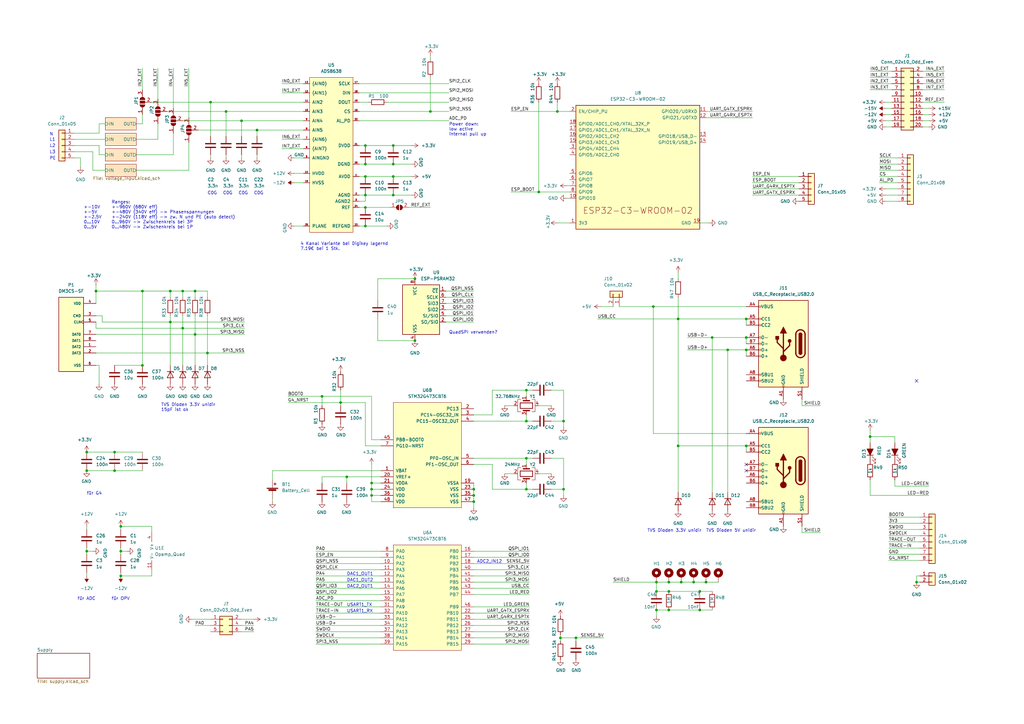
<source format=kicad_sch>
(kicad_sch (version 20211123) (generator eeschema)
  (paper "A3")
  (junction (at 194.31 203.2))
  (junction (at 105.41 53.34))
  (junction (at 292.1 138.43))
  (junction (at 149.86 67.31))
  (junction (at 80.01 119.38))
  (junction (at 170.18 114.3))
  (junction (at 46.99 185.42))
  (junction (at 278.13 182.88))
  (junction (at 215.9 160.02))
  (junction (at 279.4 238.76))
  (junction (at 142.24 195.58))
  (junction (at 152.4 198.12))
  (junction (at 161.29 59.69))
  (junction (at 152.4 200.66))
  (junction (at 149.86 72.39))
  (junction (at 80.01 137.16))
  (junction (at 170.18 139.7))
  (junction (at 35.56 226.06))
  (junction (at 220.98 78.74))
  (junction (at 74.93 119.38))
  (junction (at 306.07 138.43))
  (junction (at 236.22 261.62))
  (junction (at 49.53 226.06))
  (junction (at 267.97 125.73))
  (junction (at 39.37 119.38))
  (junction (at 85.09 144.78))
  (junction (at 49.53 215.9))
  (junction (at 92.71 45.72))
  (junction (at 149.86 80.01))
  (junction (at 289.56 238.76))
  (junction (at 306.07 130.81))
  (junction (at 284.48 238.76))
  (junction (at 86.36 41.91))
  (junction (at 149.86 59.69))
  (junction (at 375.92 238.76))
  (junction (at 69.85 132.08))
  (junction (at 149.86 85.09))
  (junction (at 274.32 242.57))
  (junction (at 269.24 250.19))
  (junction (at 356.87 179.07))
  (junction (at 69.85 119.38))
  (junction (at 215.9 172.72))
  (junction (at 274.32 250.19))
  (junction (at 287.02 242.57))
  (junction (at 231.14 172.72))
  (junction (at 287.02 250.19))
  (junction (at 161.29 67.31))
  (junction (at 269.24 242.57))
  (junction (at 306.07 143.51))
  (junction (at 194.31 205.74))
  (junction (at 161.29 72.39))
  (junction (at 35.56 193.04))
  (junction (at 35.56 185.42))
  (junction (at 58.42 149.86))
  (junction (at 74.93 134.62))
  (junction (at 228.6 45.72))
  (junction (at 49.53 236.22))
  (junction (at 99.06 49.53))
  (junction (at 298.45 143.51))
  (junction (at 149.86 92.71))
  (junction (at 194.31 200.66))
  (junction (at 176.53 45.72))
  (junction (at 58.42 119.38))
  (junction (at 274.32 238.76))
  (junction (at 231.14 200.66))
  (junction (at 215.9 200.66))
  (junction (at 139.7 165.1))
  (junction (at 215.9 187.96))
  (junction (at 229.87 261.62))
  (junction (at 161.29 80.01))
  (junction (at 269.24 238.76))
  (junction (at 306.07 182.88))
  (junction (at 46.99 193.04))
  (junction (at 152.4 203.2))
  (junction (at 278.13 130.81))
  (junction (at 132.08 162.56))
  (no_connect (at 306.07 193.04))
  (no_connect (at 306.07 190.5))
  (no_connect (at 375.92 156.21))
  (wire (pts (xy 71.12 27.94) (xy 71.12 44.45)))
  (wire (pts (xy 69.85 132.08) (xy 100.33 132.08)))
  (wire (pts (xy 111.76 196.85) (xy 111.76 193.04)))
  (wire (pts (xy 201.93 190.5) (xy 194.31 190.5)))
  (wire (pts (xy 281.94 138.43) (xy 292.1 138.43)))
  (wire (pts (xy 217.17 248.92) (xy 194.31 248.92)))
  (wire (pts (xy 156.21 198.12) (xy 152.4 198.12)))
  (wire (pts (xy 156.21 180.34) (xy 152.4 180.34)))
  (wire (pts (xy 377.19 236.22) (xy 375.92 236.22)))
  (wire (pts (xy 387.35 36.83) (xy 378.46 36.83)))
  (wire (pts (xy 39.37 144.78) (xy 85.09 144.78)))
  (wire (pts (xy 147.32 92.71) (xy 149.86 92.71)))
  (wire (pts (xy 176.53 85.09) (xy 167.64 85.09)))
  (wire (pts (xy 201.93 200.66) (xy 201.93 190.5)))
  (wire (pts (xy 194.31 172.72) (xy 215.9 172.72)))
  (wire (pts (xy 356.87 29.21) (xy 365.76 29.21)))
  (wire (pts (xy 378.46 44.45) (xy 381 44.45)))
  (wire (pts (xy 363.22 41.91) (xy 365.76 41.91)))
  (wire (pts (xy 111.76 193.04) (xy 156.21 193.04)))
  (wire (pts (xy 194.31 205.74) (xy 194.31 208.28)))
  (wire (pts (xy 308.61 74.93) (xy 327.66 74.93)))
  (wire (pts (xy 378.46 52.07) (xy 381 52.07)))
  (wire (pts (xy 154.94 139.7) (xy 170.18 139.7)))
  (wire (pts (xy 62.23 41.91) (xy 86.36 41.91)))
  (wire (pts (xy 86.36 63.5) (xy 86.36 64.7699)))
  (wire (pts (xy 378.46 49.53) (xy 381 49.53)))
  (wire (pts (xy 80.01 119.38) (xy 74.93 119.38)))
  (wire (pts (xy 360.68 64.77) (xy 368.3 64.77)))
  (wire (pts (xy 356.87 36.83) (xy 365.76 36.83)))
  (wire (pts (xy 39.37 119.38) (xy 39.37 124.46)))
  (wire (pts (xy 68.58 45.72) (xy 92.71 45.72)))
  (wire (pts (xy 194.31 231.14) (xy 217.17 231.14)))
  (wire (pts (xy 118.11 165.1) (xy 139.7 165.1)))
  (wire (pts (xy 62.23 233.68) (xy 62.23 236.22)))
  (wire (pts (xy 356.87 196.85) (xy 356.87 203.2)))
  (wire (pts (xy 86.36 41.91) (xy 124.46 41.91)))
  (wire (pts (xy 40.64 59.69) (xy 40.64 63.5)))
  (wire (pts (xy 99.06 49.53) (xy 99.06 55.88)))
  (wire (pts (xy 149.86 72.39) (xy 161.29 72.39)))
  (wire (pts (xy 364.49 222.25) (xy 377.19 222.25)))
  (wire (pts (xy 39.37 116.84) (xy 39.37 119.38)))
  (wire (pts (xy 161.29 59.69) (xy 168.91 59.69)))
  (wire (pts (xy 115.57 38.1) (xy 124.46 38.1)))
  (wire (pts (xy 209.55 78.74) (xy 220.98 78.74)))
  (wire (pts (xy 360.68 74.93) (xy 368.3 74.93)))
  (wire (pts (xy 328.93 163.83) (xy 328.93 166.37)))
  (wire (pts (xy 308.61 77.47) (xy 327.66 77.47)))
  (wire (pts (xy 35.56 215.9) (xy 35.56 217.17)))
  (wire (pts (xy 269.24 238.76) (xy 269.24 242.57)))
  (wire (pts (xy 85.09 144.78) (xy 100.33 144.78)))
  (wire (pts (xy 161.29 67.31) (xy 168.91 67.31)))
  (wire (pts (xy 149.86 80.01) (xy 147.32 80.01)))
  (wire (pts (xy 364.49 224.79) (xy 377.19 224.79)))
  (wire (pts (xy 85.09 121.92) (xy 85.09 119.38)))
  (wire (pts (xy 30.48 57.15) (xy 43.18 57.15)))
  (wire (pts (xy 154.94 123.19) (xy 154.94 114.3)))
  (wire (pts (xy 363.22 82.55) (xy 368.3 82.55)))
  (wire (pts (xy 149.86 80.01) (xy 161.29 80.01)))
  (wire (pts (xy 62.23 215.9) (xy 62.23 218.44)))
  (wire (pts (xy 120.65 74.93) (xy 124.46 74.93)))
  (wire (pts (xy 85.09 119.38) (xy 80.01 119.38)))
  (wire (pts (xy 41.91 132.08) (xy 69.85 132.08)))
  (wire (pts (xy 142.24 195.58) (xy 142.24 198.12)))
  (wire (pts (xy 132.08 162.56) (xy 152.4 162.56)))
  (wire (pts (xy 46.99 193.04) (xy 58.42 193.04)))
  (wire (pts (xy 78.74 254) (xy 86.36 254)))
  (wire (pts (xy 149.86 92.71) (xy 158.75 92.71)))
  (wire (pts (xy 306.07 138.43) (xy 306.07 140.97)))
  (wire (pts (xy 99.06 49.53) (xy 124.46 49.53)))
  (wire (pts (xy 356.87 34.29) (xy 365.76 34.29)))
  (wire (pts (xy 33.02 64.77) (xy 33.02 68.58)))
  (wire (pts (xy 149.86 182.88) (xy 149.86 165.1)))
  (wire (pts (xy 360.68 72.39) (xy 368.3 72.39)))
  (wire (pts (xy 81.28 53.34) (xy 105.41 53.34)))
  (wire (pts (xy 58.42 27.94) (xy 58.42 36.83)))
  (wire (pts (xy 356.87 179.07) (xy 367.03 179.07)))
  (wire (pts (xy 58.42 50.8) (xy 58.42 46.99)))
  (wire (pts (xy 147.32 38.1) (xy 184.15 38.1)))
  (wire (pts (xy 49.53 224.79) (xy 49.53 226.06)))
  (wire (pts (xy 274.32 242.57) (xy 287.02 242.57)))
  (wire (pts (xy 207.01 194.31) (xy 210.82 194.31)))
  (wire (pts (xy 278.13 182.88) (xy 306.07 182.88)))
  (wire (pts (xy 194.31 170.18) (xy 201.93 170.18)))
  (wire (pts (xy 194.31 259.08) (xy 217.17 259.08)))
  (wire (pts (xy 129.54 261.62) (xy 156.21 261.62)))
  (wire (pts (xy 40.64 149.86) (xy 40.64 157.48)))
  (wire (pts (xy 306.07 143.51) (xy 306.07 146.05)))
  (wire (pts (xy 104.14 256.54) (xy 99.06 256.54)))
  (wire (pts (xy 336.55 218.44) (xy 328.93 218.44)))
  (wire (pts (xy 147.32 34.29) (xy 184.15 34.29)))
  (wire (pts (xy 161.29 72.39) (xy 168.91 72.39)))
  (wire (pts (xy 149.86 82.55) (xy 149.86 80.01)))
  (wire (pts (xy 39.37 149.86) (xy 40.64 149.86)))
  (wire (pts (xy 246.38 125.73) (xy 251.46 125.73)))
  (wire (pts (xy 111.76 204.47) (xy 111.76 205.74)))
  (wire (pts (xy 308.61 45.72) (xy 289.56 45.72)))
  (wire (pts (xy 292.1 250.19) (xy 287.02 250.19)))
  (wire (pts (xy 292.1 138.43) (xy 306.07 138.43)))
  (wire (pts (xy 120.65 92.71) (xy 124.46 92.71)))
  (wire (pts (xy 30.48 62.23) (xy 38.1 62.23)))
  (wire (pts (xy 254 125.73) (xy 267.97 125.73)))
  (wire (pts (xy 30.48 59.69) (xy 40.64 59.69)))
  (wire (pts (xy 46.99 185.42) (xy 58.42 185.42)))
  (wire (pts (xy 356.87 179.07) (xy 356.87 181.61)))
  (wire (pts (xy 80.01 129.54) (xy 80.01 137.16)))
  (wire (pts (xy 194.31 203.2) (xy 194.31 205.74)))
  (wire (pts (xy 176.53 31.75) (xy 176.53 45.72)))
  (wire (pts (xy 129.54 246.38) (xy 156.21 246.38)))
  (wire (pts (xy 215.9 200.66) (xy 218.44 200.66)))
  (wire (pts (xy 278.13 182.88) (xy 278.13 201.93)))
  (wire (pts (xy 229.87 261.62) (xy 236.22 261.62)))
  (wire (pts (xy 336.55 166.37) (xy 328.93 166.37)))
  (wire (pts (xy 69.85 119.38) (xy 58.42 119.38)))
  (wire (pts (xy 129.54 248.92) (xy 156.21 248.92)))
  (wire (pts (xy 215.9 160.02) (xy 215.9 162.56)))
  (wire (pts (xy 149.86 67.31) (xy 147.32 67.31)))
  (wire (pts (xy 129.54 233.68) (xy 156.21 233.68)))
  (wire (pts (xy 132.08 195.58) (xy 132.08 198.12)))
  (wire (pts (xy 71.12 63.5) (xy 71.12 54.61)))
  (wire (pts (xy 80.01 137.16) (xy 100.33 137.16)))
  (wire (pts (xy 287.02 250.19) (xy 274.32 250.19)))
  (wire (pts (xy 363.22 80.01) (xy 368.3 80.01)))
  (wire (pts (xy 367.03 199.39) (xy 381 199.39)))
  (wire (pts (xy 142.24 195.58) (xy 132.08 195.58)))
  (wire (pts (xy 149.86 59.69) (xy 147.32 59.69)))
  (wire (pts (xy 182.88 132.08) (xy 194.31 132.08)))
  (wire (pts (xy 284.48 238.76) (xy 289.56 238.76)))
  (wire (pts (xy 55.88 50.8) (xy 58.42 50.8)))
  (wire (pts (xy 215.9 160.02) (xy 218.44 160.02)))
  (wire (pts (xy 194.31 251.46) (xy 217.17 251.46)))
  (wire (pts (xy 77.47 27.94) (xy 77.47 48.26)))
  (wire (pts (xy 105.41 63.5) (xy 105.41 64.77)))
  (wire (pts (xy 201.93 170.18) (xy 201.93 160.02)))
  (wire (pts (xy 236.22 261.62) (xy 247.65 261.62)))
  (wire (pts (xy 387.35 34.29) (xy 378.46 34.29)))
  (wire (pts (xy 147.32 85.09) (xy 149.86 85.09)))
  (wire (pts (xy 35.56 236.22) (xy 35.56 234.95)))
  (wire (pts (xy 201.93 200.66) (xy 215.9 200.66)))
  (wire (pts (xy 154.94 130.81) (xy 154.94 139.7)))
  (wire (pts (xy 182.88 121.92) (xy 194.31 121.92)))
  (wire (pts (xy 39.37 129.54) (xy 41.91 129.54)))
  (wire (pts (xy 55.88 63.5) (xy 71.12 63.5)))
  (wire (pts (xy 292.1 138.43) (xy 292.1 201.93)))
  (wire (pts (xy 132.08 162.56) (xy 132.08 166.37)))
  (wire (pts (xy 367.03 179.07) (xy 367.03 181.61)))
  (wire (pts (xy 231.14 160.02) (xy 231.14 172.72)))
  (wire (pts (xy 278.13 130.81) (xy 306.07 130.81)))
  (wire (pts (xy 40.64 50.8) (xy 43.18 50.8)))
  (wire (pts (xy 49.53 226.06) (xy 49.53 227.33)))
  (wire (pts (xy 375.92 236.22) (xy 375.92 238.76)))
  (wire (pts (xy 226.06 187.96) (xy 231.14 187.96)))
  (wire (pts (xy 129.54 264.16) (xy 156.21 264.16)))
  (wire (pts (xy 194.31 198.12) (xy 194.31 200.66)))
  (wire (pts (xy 156.21 195.58) (xy 142.24 195.58)))
  (wire (pts (xy 215.9 170.18) (xy 215.9 172.72)))
  (wire (pts (xy 35.56 224.79) (xy 35.56 226.06)))
  (wire (pts (xy 129.54 254) (xy 156.21 254)))
  (wire (pts (xy 364.49 227.33) (xy 377.19 227.33)))
  (wire (pts (xy 215.9 198.12) (xy 215.9 200.66)))
  (wire (pts (xy 35.56 185.42) (xy 46.99 185.42)))
  (wire (pts (xy 269.24 238.76) (xy 274.32 238.76)))
  (wire (pts (xy 129.54 259.08) (xy 156.21 259.08)))
  (wire (pts (xy 274.32 238.76) (xy 279.4 238.76)))
  (wire (pts (xy 306.07 182.88) (xy 306.07 185.42)))
  (wire (pts (xy 231.14 172.72) (xy 226.06 172.72)))
  (wire (pts (xy 30.48 64.77) (xy 33.02 64.77)))
  (wire (pts (xy 64.77 27.94) (xy 64.77 40.64)))
  (wire (pts (xy 118.11 162.56) (xy 132.08 162.56)))
  (wire (pts (xy 80.01 137.16) (xy 80.01 149.86)))
  (wire (pts (xy 152.4 203.2) (xy 152.4 200.66)))
  (wire (pts (xy 194.31 200.66) (xy 194.31 203.2)))
  (wire (pts (xy 287.02 242.57) (xy 292.1 242.57)))
  (wire (pts (xy 229.87 261.62) (xy 229.87 262.89)))
  (wire (pts (xy 156.21 205.74) (xy 152.4 205.74)))
  (wire (pts (xy 115.57 57.15) (xy 124.46 57.15)))
  (wire (pts (xy 129.54 231.14) (xy 156.21 231.14)))
  (wire (pts (xy 77.47 69.85) (xy 77.47 58.42)))
  (wire (pts (xy 194.31 127) (xy 182.88 127)))
  (wire (pts (xy 278.13 111.76) (xy 278.13 114.3)))
  (wire (pts (xy 356.87 203.2) (xy 381 203.2)))
  (wire (pts (xy 215.9 187.96) (xy 215.9 190.5)))
  (wire (pts (xy 92.71 45.72) (xy 124.46 45.72)))
  (wire (pts (xy 35.56 193.04) (xy 46.99 193.04)))
  (wire (pts (xy 279.4 238.76) (xy 284.48 238.76)))
  (wire (pts (xy 387.35 41.91) (xy 378.46 41.91)))
  (wire (pts (xy 49.53 236.22) (xy 62.23 236.22)))
  (wire (pts (xy 298.45 143.51) (xy 298.45 201.93)))
  (wire (pts (xy 194.31 233.68) (xy 217.17 233.68)))
  (wire (pts (xy 364.49 212.09) (xy 377.19 212.09)))
  (wire (pts (xy 147.32 41.91) (xy 151.13 41.91)))
  (wire (pts (xy 161.29 80.01) (xy 168.91 80.01)))
  (wire (pts (xy 281.94 143.51) (xy 298.45 143.51)))
  (wire (pts (xy 147.32 45.72) (xy 176.53 45.72)))
  (wire (pts (xy 278.13 130.81) (xy 278.13 182.88)))
  (wire (pts (xy 86.36 41.91) (xy 86.36 55.88)))
  (wire (pts (xy 41.91 129.54) (xy 41.91 132.08)))
  (wire (pts (xy 360.68 69.85) (xy 368.3 69.85)))
  (wire (pts (xy 201.93 160.02) (xy 215.9 160.02)))
  (wire (pts (xy 115.57 34.29) (xy 124.46 34.29)))
  (wire (pts (xy 194.31 187.96) (xy 215.9 187.96)))
  (wire (pts (xy 356.87 176.53) (xy 356.87 179.07)))
  (wire (pts (xy 149.86 85.09) (xy 160.02 85.09)))
  (wire (pts (xy 74.93 119.38) (xy 69.85 119.38)))
  (wire (pts (xy 149.86 72.39) (xy 147.32 72.39)))
  (wire (pts (xy 226.06 160.02) (xy 231.14 160.02)))
  (wire (pts (xy 378.46 46.99) (xy 381 46.99)))
  (wire (pts (xy 215.9 187.96) (xy 218.44 187.96)))
  (wire (pts (xy 129.54 228.6) (xy 156.21 228.6)))
  (wire (pts (xy 278.13 121.92) (xy 278.13 130.81)))
  (wire (pts (xy 194.31 228.6) (xy 217.17 228.6)))
  (wire (pts (xy 363.22 46.99) (xy 365.76 46.99)))
  (wire (pts (xy 139.7 165.1) (xy 139.7 166.37)))
  (wire (pts (xy 269.24 250.19) (xy 269.24 252.73)))
  (wire (pts (xy 129.54 243.84) (xy 156.21 243.84)))
  (wire (pts (xy 245.11 130.81) (xy 278.13 130.81)))
  (wire (pts (xy 229.87 260.35) (xy 229.87 261.62)))
  (wire (pts (xy 236.22 262.89) (xy 236.22 261.62)))
  (wire (pts (xy 35.56 226.06) (xy 35.56 227.33)))
  (wire (pts (xy 231.14 200.66) (xy 231.14 203.2)))
  (wire (pts (xy 154.94 114.3) (xy 170.18 114.3)))
  (wire (pts (xy 231.14 200.66) (xy 226.06 200.66)))
  (wire (pts (xy 74.93 134.62) (xy 100.33 134.62)))
  (wire (pts (xy 152.4 190.5) (xy 152.4 198.12)))
  (wire (pts (xy 194.31 226.06) (xy 217.17 226.06)))
  (wire (pts (xy 290.83 91.44) (xy 287.02 91.44)))
  (wire (pts (xy 220.98 166.37) (xy 226.06 166.37)))
  (wire (pts (xy 267.97 177.8) (xy 267.97 125.73)))
  (wire (pts (xy 182.88 129.54) (xy 194.31 129.54)))
  (wire (pts (xy 364.49 229.87) (xy 377.19 229.87)))
  (wire (pts (xy 367.03 196.85) (xy 367.03 199.39)))
  (wire (pts (xy 85.09 144.78) (xy 85.09 149.86)))
  (wire (pts (xy 39.37 132.08) (xy 39.37 134.62)))
  (wire (pts (xy 39.37 134.62) (xy 74.93 134.62)))
  (wire (pts (xy 152.4 200.66) (xy 152.4 198.12)))
  (wire (pts (xy 209.55 45.72) (xy 228.6 45.72)))
  (wire (pts (xy 308.61 72.39) (xy 327.66 72.39)))
  (wire (pts (xy 306.07 177.8) (xy 267.97 177.8)))
  (wire (pts (xy 360.68 67.31) (xy 368.3 67.31)))
  (wire (pts (xy 69.85 132.08) (xy 69.85 149.86)))
  (wire (pts (xy 85.09 129.54) (xy 85.09 144.78)))
  (wire (pts (xy 92.71 45.72) (xy 92.71 55.88)))
  (wire (pts (xy 298.45 143.51) (xy 306.07 143.51)))
  (wire (pts (xy 215.9 172.72) (xy 218.44 172.72)))
  (wire (pts (xy 375.92 238.76) (xy 377.19 238.76)))
  (wire (pts (xy 194.31 238.76) (xy 217.17 238.76)))
  (wire (pts (xy 363.22 44.45) (xy 365.76 44.45)))
  (wire (pts (xy 58.42 119.38) (xy 39.37 119.38)))
  (wire (pts (xy 228.6 45.72) (xy 233.68 45.72)))
  (wire (pts (xy 364.49 217.17) (xy 377.19 217.17)))
  (wire (pts (xy 194.31 261.62) (xy 217.17 261.62)))
  (wire (pts (xy 129.54 226.06) (xy 156.21 226.06)))
  (wire (pts (xy 49.53 215.9) (xy 49.53 217.17)))
  (wire (pts (xy 69.85 129.54) (xy 69.85 132.08)))
  (wire (pts (xy 308.61 80.01) (xy 327.66 80.01)))
  (wire (pts (xy 274.32 250.19) (xy 269.24 250.19)))
  (wire (pts (xy 356.87 31.75) (xy 365.76 31.75)))
  (wire (pts (xy 38.1 62.23) (xy 38.1 69.85)))
  (wire (pts (xy 308.61 48.26) (xy 289.56 48.26)))
  (wire (pts (xy 152.4 180.34) (xy 152.4 162.56)))
  (wire (pts (xy 55.88 69.85) (xy 77.47 69.85)))
  (wire (pts (xy 152.4 205.74) (xy 152.4 203.2)))
  (wire (pts (xy 220.98 78.74) (xy 233.68 78.74)))
  (wire (pts (xy 55.88 57.15) (xy 64.77 57.15)))
  (wire (pts (xy 306.07 130.81) (xy 306.07 133.35)))
  (wire (pts (xy 220.98 41.91) (xy 220.98 78.74)))
  (wire (pts (xy 40.64 63.5) (xy 43.18 63.5)))
  (wire (pts (xy 74.93 129.54) (xy 74.93 134.62)))
  (wire (pts (xy 220.98 194.31) (xy 226.06 194.31)))
  (wire (pts (xy 120.65 71.12) (xy 124.46 71.12)))
  (wire (pts (xy 69.85 119.38) (xy 69.85 121.92)))
  (wire (pts (xy 35.56 226.06) (xy 38.1 226.06)))
  (wire (pts (xy 156.21 203.2) (xy 152.4 203.2)))
  (wire (pts (xy 269.24 242.57) (xy 274.32 242.57)))
  (wire (pts (xy 217.17 243.84) (xy 194.31 243.84)))
  (wire (pts (xy 147.32 49.53) (xy 184.15 49.53)))
  (wire (pts (xy 46.99 149.86) (xy 58.42 149.86)))
  (wire (pts (xy 232.41 81.28) (xy 233.68 81.28)))
  (wire (pts (xy 74.93 49.53) (xy 99.06 49.53)))
  (wire (pts (xy 139.7 160.02) (xy 139.7 165.1)))
  (wire (pts (xy 49.53 236.22) (xy 49.53 234.95)))
  (wire (pts (xy 129.54 238.76) (xy 156.21 238.76)))
  (wire (pts (xy 267.97 125.73) (xy 306.07 125.73)))
  (wire (pts (xy 387.35 29.21) (xy 378.46 29.21)))
  (wire (pts (xy 194.31 241.3) (xy 217.17 241.3)))
  (wire (pts (xy 176.53 22.86) (xy 176.53 24.13)))
  (wire (pts (xy 251.46 238.76) (xy 269.24 238.76)))
  (wire (pts (xy 105.41 53.34) (xy 105.41 55.88)))
  (wire (pts (xy 182.88 119.38) (xy 194.31 119.38)))
  (wire (pts (xy 231.14 187.96) (xy 231.14 200.66)))
  (wire (pts (xy 104.14 254) (xy 99.06 254)))
  (wire (pts (xy 364.49 219.71) (xy 377.19 219.71)))
  (wire (pts (xy 115.57 60.96) (xy 124.46 60.96)))
  (wire (pts (xy 129.54 256.54) (xy 156.21 256.54)))
  (wire (pts (xy 228.6 41.91) (xy 228.6 45.72)))
  (wire (pts (xy 49.53 215.9) (xy 62.23 215.9)))
  (wire (pts (xy 363.22 52.07) (xy 365.76 52.07)))
  (wire (pts (xy 74.93 119.38) (xy 74.93 121.92)))
  (wire (pts (xy 92.71 63.5) (xy 92.71 64.7699)))
  (wire (pts (xy 207.01 166.37) (xy 210.82 166.37)))
  (wire (pts (xy 387.35 31.75) (xy 378.46 31.75)))
  (wire (pts (xy 104.14 259.08) (xy 99.06 259.08)))
  (wire (pts (xy 49.53 226.06) (xy 52.07 226.06)))
  (wire (pts (xy 80.01 119.38) (xy 80.01 121.92)))
  (wire (pts (xy 176.53 45.72) (xy 184.15 45.72)))
  (wire (pts (xy 328.93 215.9) (xy 328.93 218.44)))
  (wire (pts (xy 149.86 59.69) (xy 161.29 59.69)))
  (wire (pts (xy 156.21 182.88) (xy 149.86 182.88)))
  (wire (pts (xy 147.32 82.55) (xy 149.86 82.55)))
  (wire (pts (xy 80.01 256.54) (xy 86.36 256.54)))
  (wire (pts (xy 231.14 172.72) (xy 231.14 175.26)))
  (wire (pts (xy 364.49 214.63) (xy 377.19 214.63)))
  (wire (pts (xy 194.31 124.46) (xy 182.88 124.46)))
  (wire (pts (xy 99.06 63.5) (xy 99.06 64.77)))
  (wire (pts (xy 30.48 54.61) (xy 40.64 54.61)))
  (wire (pts (xy 194.31 264.16) (xy 217.17 264.16)))
  (wire (pts (xy 139.7 165.1) (xy 149.86 165.1)))
  (wire (pts (xy 194.31 236.22) (xy 217.17 236.22)))
  (wire (pts (xy 39.37 137.16) (xy 80.01 137.16)))
  (wire (pts (xy 158.75 41.91) (xy 184.15 41.91)))
  (wire (pts (xy 58.42 119.38) (xy 58.42 149.86)))
  (wire (pts (xy 363.22 49.53) (xy 365.76 49.53)))
  (wire (pts (xy 105.41 53.34) (xy 124.46 53.34)))
  (wire (pts (xy 129.54 251.46) (xy 156.21 251.46)))
  (wire (pts (xy 194.31 256.54) (xy 217.17 256.54)))
  (wire (pts (xy 40.64 54.61) (xy 40.64 50.8)))
  (wire (pts (xy 194.31 254) (xy 217.17 254)))
  (wire (pts (xy 289.56 238.76) (xy 294.64 238.76)))
  (wire (pts (xy 74.93 134.62) (xy 74.93 149.86)))
  (wire (pts (xy 156.21 200.66) (xy 152.4 200.66)))
  (wire (pts (xy 149.86 67.31) (xy 161.29 67.31)))
  (wire (pts (xy 232.41 76.2) (xy 233.68 76.2)))
  (wire (pts (xy 129.54 241.3) (xy 156.21 241.3)))
  (wire (pts (xy 38.1 69.85) (xy 43.18 69.85)))
  (wire (pts (xy 363.22 77.47) (xy 368.3 77.47)))
  (wire (pts (xy 129.54 236.22) (xy 156.21 236.22)))
  (wire (pts (xy 120.65 64.77) (xy 124.46 64.77)))
  (wire (pts (xy 64.77 57.15) (xy 64.77 50.8)))
  (wire (pts (xy 228.6 91.44) (xy 233.68 91.44)))
  (text "ADC2_IN12" (at 195.58 231.14 0) (effects (font (size 1.27 1.27)) (justify left bottom)))
  (text "L1" (at 20.32 58.1025 0) (effects (font (size 1.27 1.27)) (justify left bottom)))
  (text "TVS Dioden 3.3V unidir" (at 265.43 218.44 0) (effects (font (size 1.27 1.27)) (justify left bottom)))
  (text "+-10V\n+-5V\n+-2.5V\n0...10V\n0...5V" (at 34.29 93.98 0) (effects (font (size 1.27 1.27)) (justify left bottom)))
  (text "QuadSPI verwenden?" (at 184.15 137.16 0) (effects (font (size 1.27 1.27)) (justify left bottom)))
  (text "Power down:\nlow active\ninternal pull up" (at 184.15 55.88 0) (effects (font (size 1.27 1.27)) (justify left bottom)))
  (text "für ADC" (at 31.75 246.38 0) (effects (font (size 1.27 1.27)) (justify left bottom)))
  (text "USART1_TX" (at 142.24 248.92 0) (effects (font (size 1.27 1.27)) (justify left bottom)))
  (text "L3" (at 20.32 63.1825 0) (effects (font (size 1.27 1.27)) (justify left bottom)))
  (text "TVS Dioden 5V unidir" (at 289.56 218.44 0) (effects (font (size 1.27 1.27)) (justify left bottom)))
  (text "DAC1_OUT1" (at 142.24 236.22 0) (effects (font (size 1.27 1.27)) (justify left bottom)))
  (text "C0G" (at 104.14 80.0101 0) (effects (font (size 1.27 1.27)) (justify left bottom)))
  (text "DAC1_OUT2" (at 142.24 238.76 0) (effects (font (size 1.27 1.27)) (justify left bottom)))
  (text "C0G" (at 97.79 80.0101 0) (effects (font (size 1.27 1.27)) (justify left bottom)))
  (text "TVS Dioden 3.3V unidir\n15pF ist ok" (at 66.04 168.91 0) (effects (font (size 1.27 1.27)) (justify left bottom)))
  (text "USART1_RX" (at 142.24 251.46 0) (effects (font (size 1.27 1.27)) (justify left bottom)))
  (text "DAC2_OUT1" (at 142.24 241.3 0) (effects (font (size 1.27 1.27)) (justify left bottom)))
  (text "PE" (at 20.32 65.7225 0) (effects (font (size 1.27 1.27)) (justify left bottom)))
  (text "C0G" (at 91.44 80.01 0) (effects (font (size 1.27 1.27)) (justify left bottom)))
  (text "für OPV" (at 45.72 246.38 0) (effects (font (size 1.27 1.27)) (justify left bottom)))
  (text "C0G" (at 85.09 80.01 0) (effects (font (size 1.27 1.27)) (justify left bottom)))
  (text "L2" (at 20.32 60.6425 0) (effects (font (size 1.27 1.27)) (justify left bottom)))
  (text "Ranges:\n+-960V (680V eff)\n+-480V (340V eff) -> Phasenspannungen\n+-240V (118V eff) -> zw. N und PE (auto detect)\n0...960V -> Zwischenkreis bei 3P\n0...480V -> Zwischenkreis bei 1P\n" (at 45.72 93.98 0) (effects (font (size 1.27 1.27)) (justify left bottom)))
  (text "4 Kanal Variante bei Digikey lagernd\n7.19€ bei 1 Stk." (at 123.19 102.87 0) (effects (font (size 1.27 1.27)) (justify left bottom)))
  (text "N" (at 20.32 55.88 0) (effects (font (size 1.27 1.27)) (justify left bottom)))
  (text "für G4" (at 35.56 203.2 0) (effects (font (size 1.27 1.27)) (justify left bottom)))
  (label "USB-D-" (at 129.54 254 0))
  (label "IN5_EXT" (at 77.47 27.94 270))
  (label "QSPI_IO2" (at 194.31 127 180))
  (label "ESP_EN" (at 129.54 228.6 0))
  (label "ADC_PD" (at 184.15 49.53 0))
  (label "SPI2_MISO" (at 217.17 261.62 180))
  (label "IN1_EXT" (at 356.87 31.75 0))
  (label "IN1_EXT" (at 115.57 38.1 0))
  (label "PA0" (at 80.01 256.54 0))
  (label "LED_RED" (at 217.17 243.84 180))
  (label "LED-RED" (at 381 203.2 180))
  (label "IN4_EXT" (at 71.12 27.94 270))
  (label "SPI2_NSS" (at 217.17 256.54 180))
  (label "SPI2_NSS" (at 184.15 45.72 0))
  (label "IN3_EXT" (at 356.87 36.83 0))
  (label "UART_G4RX_ESPTX" (at 308.61 48.26 180))
  (label "TRACE-OUT" (at 364.49 222.25 0))
  (label "QSPI_IO0" (at 217.17 228.6 180))
  (label "USB_CC" (at 217.17 241.3 180))
  (label "SHIELD" (at 336.55 166.37 180))
  (label "UART_G4TX_ESPRX" (at 308.61 80.01 0))
  (label "UART_G4RX_ESPTX" (at 308.61 77.47 0))
  (label "SPI3_CLK" (at 100.33 134.62 180))
  (label "PA5" (at 104.14 259.08 180))
  (label "REF_EXT" (at 387.35 41.91 180))
  (label "ESP_EN" (at 308.61 72.39 0))
  (label "CS" (at 360.68 72.39 0))
  (label "SPI3_NSS" (at 129.54 264.16 0))
  (label "G4_NRST" (at 364.49 229.87 0))
  (label "SPI3_CLK" (at 217.17 233.68 180))
  (label "SCLK" (at 360.68 64.77 0))
  (label "SWDIO" (at 364.49 217.17 0))
  (label "MISO" (at 360.68 69.85 0))
  (label "IN7_EXT" (at 115.57 60.96 0))
  (label "SWDCLK" (at 364.49 219.71 0))
  (label "IN2_EXT" (at 58.42 27.94 270))
  (label "SHIELD" (at 336.55 218.44 180))
  (label "QSPI_IO3" (at 194.31 124.46 180))
  (label "LED-GREEN" (at 381 199.39 180))
  (label "GND" (at 364.49 227.33 0))
  (label "ESP_EN" (at 209.55 45.72 0))
  (label "IN4_EXT" (at 387.35 29.21 180))
  (label "PA0" (at 129.54 226.06 0))
  (label "UART_G4TX_ESPRX" (at 217.17 251.46 180))
  (label "IN0_EXT" (at 115.57 34.29 0))
  (label "3V3" (at 364.49 214.63 0))
  (label "AL_PD" (at 360.68 74.93 0))
  (label "SENSE_5V" (at 217.17 231.14 180))
  (label "QSPI_IO2" (at 129.54 243.84 0))
  (label "G4_NRST" (at 118.11 165.1 0))
  (label "USB-D+" (at 281.94 143.51 0))
  (label "IN5_EXT" (at 387.35 31.75 180))
  (label "USB-D+" (at 129.54 256.54 0))
  (label "SWDCLK" (at 129.54 261.62 0))
  (label "SPI2_MISO" (at 184.15 41.91 0))
  (label "SPI3_MISO" (at 100.33 137.16 180))
  (label "ESP_BOOT" (at 209.55 78.74 0))
  (label "MOSI" (at 360.68 67.31 0))
  (label "TRACE-IN" (at 129.54 251.46 0))
  (label "USB_CC" (at 245.11 130.81 0))
  (label "TRACE-IN" (at 364.49 224.79 0))
  (label "UART_G4TX_ESPRX" (at 308.61 45.72 180))
  (label "IN7_EXT" (at 387.35 36.83 180))
  (label "SPI3_MOSI" (at 100.33 132.08 180))
  (label "IN6_EXT" (at 387.35 34.29 180))
  (label "LED_GREEN" (at 217.17 248.92 180))
  (label "QSPI_IO3" (at 129.54 241.3 0))
  (label "QSPI_NSS" (at 129.54 231.14 0))
  (label "QSPI_NSS" (at 194.31 119.38 180))
  (label "SPI2_CLK" (at 184.15 34.29 0))
  (label "SPI2_MOSI" (at 184.15 38.1 0))
  (label "SWDIO" (at 129.54 259.08 0))
  (label "SPI2_CLK" (at 217.17 259.08 180))
  (label "BOOT0" (at 364.49 212.09 0))
  (label "PA4" (at 129.54 236.22 0))
  (label "ADC_PD" (at 129.54 246.38 0))
  (label "USB-D-" (at 281.94 138.43 0))
  (label "IN2_EXT" (at 356.87 34.29 0))
  (label "PA5" (at 129.54 238.76 0))
  (label "SHIELD" (at 251.46 238.76 0))
  (label "QSPI_CLK" (at 194.31 121.92 180))
  (label "SPI2_MOSI" (at 217.17 264.16 180))
  (label "IN0_EXT" (at 356.87 29.21 0))
  (label "QSPI_IO1" (at 194.31 129.54 180))
  (label "QSPI_CLK" (at 129.54 233.68 0))
  (label "BOOT0" (at 118.11 162.56 0))
  (label "QSPI_IO0" (at 194.31 132.08 180))
  (label "REF_EXT" (at 176.53 85.09 180))
  (label "SPI3_MOSI" (at 217.17 238.76 180))
  (label "QSPI_IO1" (at 217.17 226.06 180))
  (label "ESP_BOOT" (at 308.61 74.93 0))
  (label "SPI3_MISO" (at 217.17 236.22 180))
  (label "PA4" (at 104.14 256.54 180))
  (label "IN6_EXT" (at 115.57 57.15 0))
  (label "SENSE_5V" (at 247.65 261.62 180))
  (label "SPI3_NSS" (at 100.33 144.78 180))
  (label "TRACE-OUT" (at 129.54 248.92 0))
  (label "UART_G4RX_ESPTX" (at 217.17 254 180))
  (label "IN3_EXT" (at 64.77 27.94 270))
  (symbol (lib_id "Jumper:SolderJumper_2_Open") (at 163.83 85.09 0) (unit 1)
    (property "Reference" "JP5" (at 163.83 82.55 0))
    (property "Value" "SolderJumper_2_Open" (effects hide))
    (property "Footprint" "Jumper:SolderJumper-2_P1.3mm_Open_RoundedPad1.0x1.5mm" (effects hide))
  )
  (symbol (lib_id "Device:D_Zener") (at 298.45 205.74 270) (unit 1)
    (property "Reference" "D12" (at 299.72 203.2 90) (effects (justify left)))
    (property "Value" "D_Zener" (effects hide))
  )
  (symbol (lib_id "Device:C") (at 142.24 201.93 0) (unit 1)
    (property "Reference" "C39" (at 146.05 200.6599 0) (effects (justify left)))
    (property "Value" "100n" (at 146.05 203.1999 0) (effects (justify left)))
    (property "Footprint" "Capacitor_SMD:C_0603_1608Metric_Pad1.08x0.95mm_HandSolder" (effects hide))
  )
  (symbol (lib_id "power:-12V") (at 363.22 46.99 90) (unit 1)
    (property "Reference" "#PWR02" (effects hide))
    (property "Value" "-12V" (at 354.33 46.99 90) (effects (justify right)))
  )
  (symbol (lib_id "power:GND") (at 35.56 193.04 0) (mirror y) (unit 1)
    (property "Reference" "#PWR013" (effects hide))
    (property "Value" "GND" (at 35.433 197.4342 0))
  )
  (symbol (lib_id "power:+3.3V") (at 228.6 34.29 0) (unit 1)
    (property "Reference" "#PWR086" (effects hide))
    (property "Value" "+3.3V" (at 226.06 30.48 0) (effects (justify left)))
  )
  (symbol (lib_id "power:+3.3V") (at 232.41 76.2 90) (unit 1)
    (property "Reference" "#PWR091" (effects hide))
    (property "Value" "+3.3V" (at 228.6 76.2 90) (effects (justify left)))
  )
  (symbol (lib_id "power:+3.3V") (at 104.14 254 270) (unit 1)
    (property "Reference" "#PWR032" (effects hide))
    (property "Value" "+3.3V" (at 107.95 254 90) (effects (justify left)))
  )
  (symbol (lib_id "power:GND") (at 363.22 82.55 270) (unit 1)
    (property "Reference" "#PWR038" (effects hide))
    (property "Value" "GND" (at 355.6 82.55 90) (effects (justify left)))
  )
  (symbol (lib_id "power:GND") (at 120.65 64.77 270) (unit 1)
    (property "Reference" "#PWR018" (effects hide))
    (property "Value" "GND" (at 120.65 63.5 90) (effects (justify left)))
  )
  (symbol (lib_id "Connector_Generic:Conn_01x05") (at 25.4 59.69 0) (mirror y) (unit 1)
    (property "Reference" "J2" (at 25.4 48.26 0))
    (property "Value" "Conn_01x05" (at 25.4 50.8 0))
    (property "Footprint" "Connector_Phoenix_MSTB:PhoenixContact_MSTBA_2,5_5-G-5,08_1x05_P5.08mm_Horizontal" (effects hide))
  )
  (symbol (lib_id "Device:C") (at 46.99 189.23 0) (unit 1)
    (property "Reference" "C29" (at 50.8 187.9599 0) (effects (justify left)))
    (property "Value" "100n" (at 50.8 190.4999 0) (effects (justify left)))
    (property "Footprint" "Capacitor_SMD:C_0603_1608Metric_Pad1.08x0.95mm_HandSolder" (effects hide))
  )
  (symbol (lib_id "power:GND") (at 142.24 205.74 0) (mirror y) (unit 1)
    (property "Reference" "#PWR074" (effects hide))
    (property "Value" "GND" (at 142.113 210.1342 0))
  )
  (symbol (lib_id "Device:C") (at 287.02 246.38 0) (unit 1)
    (property "Reference" "C47" (at 283.21 243.84 0) (effects (justify left)))
    (property "Value" "10nF" (at 281.94 248.92 0) (effects (justify left)))
    (property "Footprint" "Capacitor_SMD:C_0603_1608Metric" (effects hide))
  )
  (symbol (lib_id "power:+3.3V") (at 356.87 176.53 0) (unit 1)
    (property "Reference" "#PWR0113" (effects hide))
    (property "Value" "+3.3V" (at 354.33 172.72 0) (effects (justify left)))
  )
  (symbol (lib_id "Device:C") (at 46.99 153.67 0) (unit 1)
    (property "Reference" "C36" (at 50.8 152.3999 0) (effects (justify left)))
    (property "Value" "10u" (at 50.8 154.9399 0) (effects (justify left)))
    (property "Footprint" "Capacitor_SMD:C_0805_2012Metric_Pad1.18x1.45mm_HandSolder" (effects hide))
  )
  (symbol (lib_id "Device:C") (at 35.56 220.98 0) (unit 1)
    (property "Reference" "C26" (at 39.37 219.7099 0) (effects (justify left)))
    (property "Value" "1u" (at 39.37 222.2499 0) (effects (justify left)))
    (property "Footprint" "Capacitor_SMD:C_0603_1608Metric_Pad1.08x0.95mm_HandSolder" (effects hide))
  )
  (symbol (lib_id "power:-12V") (at 120.65 74.93 90) (unit 1)
    (property "Reference" "#PWR020" (effects hide))
    (property "Value" "-12V" (at 111.76 74.93 90) (effects (justify right)))
  )
  (symbol (lib_id "power:+5V") (at 363.22 49.53 90) (mirror x) (unit 1)
    (property "Reference" "#PWR0103" (effects hide))
    (property "Value" "+5V" (at 355.6 49.53 90) (effects (justify right)))
  )
  (symbol (lib_id "power:GND") (at 375.92 238.76 0) (unit 1)
    (property "Reference" "#PWR0114" (effects hide))
    (property "Value" "GND" (at 375.92 243.84 0))
  )
  (symbol (lib_id "power:-15V") (at 363.22 44.45 90) (mirror x) (unit 1)
    (property "Reference" "#PWR01" (effects hide))
    (property "Value" "-15V" (at 354.33 44.45 90) (effects (justify right)))
  )
  (symbol (lib_id "Device:C") (at 49.53 231.14 0) (unit 1)
    (property "Reference" "C28" (at 53.34 229.8699 0) (effects (justify left)))
    (property "Value" "1u" (at 53.34 232.4099 0) (effects (justify left)))
    (property "Footprint" "Capacitor_SMD:C_0603_1608Metric_Pad1.08x0.95mm_HandSolder" (effects hide))
  )
  (symbol (lib_id "Connector_Generic:Conn_01x02") (at 382.27 236.22 0) (unit 1)
    (property "Reference" "J15" (at 384.81 236.2199 0) (effects (justify left)))
    (property "Value" "Conn_01x02" (at 384.81 238.7599 0) (effects (justify left)))
    (property "Footprint" "Connector_PinHeader_2.54mm:PinHeader_1x02_P2.54mm_Vertical" (effects hide))
  )
  (symbol (lib_id "Jumper:SolderJumper_3_Open") (at 77.47 53.34 90) (unit 1)
    (property "Reference" "JP4" (at 74.93 54.61 0) (effects (justify left)))
    (property "Value" "SolderJumper_3_Open" (effects hide))
    (property "Footprint" "Jumper:SolderJumper-3_P1.3mm_Open_RoundedPad1.0x1.5mm" (effects hide))
  )
  (symbol (lib_id "Connector:USB_C_Receptacle_USB2.0") (at 321.31 140.97 0) (mirror y) (unit 1)
    (property "Reference" "J11" (at 321.31 118.11 0))
    (property "Value" "USB_C_Receptacle_USB2.0" (at 321.31 120.65 0))
    (property "Footprint" "Connector_USB:USB_C_Receptacle_XKB_U262-16XN-4BVC11" (effects hide))
    (property "Datasheet" "https://www.usb.org/sites/default/files/documents/usb_type-c.zip" (effects hide))
  )
  (symbol (lib_id "power:GND") (at 74.93 157.48 0) (unit 1)
    (property "Reference" "#PWR021" (effects hide))
    (property "Value" "GND" (at 74.93 162.56 0))
  )
  (symbol (lib_id "power:+15V") (at 381 44.45 270) (mirror x) (unit 1)
    (property "Reference" "#PWR06" (effects hide))
    (property "Value" "+15V" (at 389.89 44.45 90) (effects (justify right)))
  )
  (symbol (lib_id "Mechanical:MountingHole_Pad") (at 279.4 236.22 0) (unit 1)
    (property "Reference" "H3" (at 278.13 231.14 0) (effects (justify left)))
    (property "Value" "MountingHole_Pad" (effects hide))
    (property "Footprint" "MountingHole:MountingHole_3.2mm_M3_DIN965_Pad" (effects hide))
  )
  (symbol (lib_id "Connector_Generic:Conn_02x03_Odd_Even") (at 91.44 256.54 0) (unit 1)
    (property "Reference" "J?" (at 92.71 247.65 0))
    (property "Value" "Conn_02x03_Odd_Even" (at 92.71 250.19 0))
  )
  (symbol (lib_id "Device:R") (at 74.93 125.73 180) (unit 1)
    (property "Reference" "R34" (at 72.39 128.27 90))
    (property "Value" "10k" (at 72.39 123.19 90))
    (property "Footprint" "Resistor_SMD:R_0603_1608Metric_Pad0.98x0.95mm_HandSolder" (effects hide))
  )
  (symbol (lib_id "Device:D_Zener") (at 278.13 205.74 270) (unit 1)
    (property "Reference" "D10" (at 279.4 203.2 90) (effects (justify left)))
    (property "Value" "D_Zener" (effects hide))
  )
  (symbol (lib_id "power:+12V") (at 49.53 215.9 0) (unit 1)
    (property "Reference" "#PWR03" (effects hide))
    (property "Value" "+12V" (at 49.53 210.82 0))
  )
  (symbol (lib_id "espressif:ESP32-C3-WROOM-02") (at 261.62 68.58 0) (unit 1)
    (property "Reference" "U8" (at 261.62 38.1 0))
    (property "Value" "ESP32-C3-WROOM-02" (at 261.62 40.64 0))
    (property "Footprint" "Espressif:ESP32-C3-WROOM-02" (effects hide))
    (property "Datasheet" "https://www.espressif.com/sites/default/files/documentation/esp32-c3-wroom-02_datasheet_en.pdf" (effects hide))
  )
  (symbol (lib_id "Device:R") (at 274.32 246.38 0) (unit 1)
    (property "Reference" "R46" (at 275.59 245.11 0) (effects (justify left)))
    (property "Value" "1M" (at 274.32 247.65 90) (effects (justify left)))
    (property "Footprint" "Resistor_SMD:R_0603_1608Metric" (effects hide))
  )
  (symbol (lib_id "power:GND") (at 363.22 52.07 270) (mirror x) (unit 1)
    (property "Reference" "#PWR04" (effects hide))
    (property "Value" "GND" (at 355.6 52.07 90) (effects (justify left)))
  )
  (symbol (lib_id "power:GND") (at 236.22 270.51 0) (unit 1)
    (property "Reference" "#PWR088" (effects hide))
    (property "Value" "GND" (at 236.347 274.9042 0))
  )
  (symbol (lib_id "Device:C") (at 105.41 59.69 0) (unit 1)
    (property "Reference" "C22" (at 104.14 73.66 0) (effects (justify left)))
    (property "Value" "3.3n" (at 104.14 76.2 0) (effects (justify left)))
    (property "Footprint" "Capacitor_SMD:C_0603_1608Metric_Pad1.08x0.95mm_HandSolder" (effects hide))
  )
  (symbol (lib_id "Connector_Generic:Conn_01x02") (at 254 120.65 270) (mirror x) (unit 1)
    (property "Reference" "J10" (at 247.65 114.3 90) (effects (justify left)))
    (property "Value" "Conn_01x02" (at 247.65 116.84 90) (effects (justify left)))
    (property "Footprint" "Connector_PinHeader_2.54mm:PinHeader_1x02_P2.54mm_Vertical" (effects hide))
  )
  (symbol (lib_id "power:GND") (at 207.01 166.37 0) (mirror y) (unit 1)
    (property "Reference" "#PWR079" (effects hide))
    (property "Value" "GND" (at 207.01 170.18 0))
  )
  (symbol (lib_id "Device:C") (at 149.86 76.2 0) (unit 1)
    (property "Reference" "C10" (at 153.67 74.9299 0) (effects (justify left)))
    (property "Value" "100n" (at 153.67 77.4699 0) (effects (justify left)))
    (property "Footprint" "Capacitor_SMD:C_0603_1608Metric_Pad1.08x0.95mm_HandSolder" (effects hide))
  )
  (symbol (lib_id "Device:R") (at 229.87 256.54 180) (unit 1)
    (property "Reference" "R37" (at 227.33 259.08 90))
    (property "Value" "10k" (at 227.33 254 90))
    (property "Footprint" "Resistor_SMD:R_0603_1608Metric_Pad0.98x0.95mm_HandSolder" (effects hide))
  )
  (symbol (lib_id "Mechanical:MountingHole_Pad") (at 289.56 236.22 0) (unit 1)
    (property "Reference" "H5" (at 288.29 231.14 0) (effects (justify left)))
    (property "Value" "MountingHole_Pad" (effects hide))
    (property "Footprint" "MountingHole:MountingHole_3.2mm_M3_DIN965_Pad" (effects hide))
  )
  (symbol (lib_id "power:GND") (at 321.31 163.83 0) (mirror y) (unit 1)
    (property "Reference" "#PWR0102" (effects hide))
    (property "Value" "GND" (at 317.5 165.1 0))
  )
  (symbol (lib_id "power:GND") (at 33.02 68.58 0) (unit 1)
    (property "Reference" "#PWR012" (effects hide))
    (property "Value" "GND" (at 33.02 73.66 0))
  )
  (symbol (lib_id "Device:R") (at 176.53 27.94 180) (unit 1)
    (property "Reference" "R2" (at 173.99 30.48 90))
    (property "Value" "10k" (at 173.99 25.4 90))
    (property "Footprint" "Resistor_SMD:R_0603_1608Metric_Pad0.98x0.95mm_HandSolder" (effects hide))
  )
  (symbol (lib_id "power:+3.3V") (at 176.53 22.86 0) (unit 1)
    (property "Reference" "#PWR031" (effects hide))
    (property "Value" "+3.3V" (at 173.99 19.05 0) (effects (justify left)))
  )
  (symbol (lib_id "Connector_Generic:Conn_01x08") (at 373.38 72.39 0) (unit 1)
    (property "Reference" "J3" (at 375.92 72.3899 0) (effects (justify left)))
    (property "Value" "Conn_01x08" (at 375.92 74.9299 0) (effects (justify left)))
    (property "Footprint" "Connector_PinHeader_2.54mm:PinHeader_1x08_P2.54mm_Vertical" (effects hide))
  )
  (symbol (lib_id "Device:LED_Filled") (at 356.87 185.42 90) (unit 1)
    (property "Reference" "D13" (at 354.33 184.15 0) (effects (justify right)))
    (property "Value" "RED" (at 360.68 182.88 0) (effects (justify right)))
    (property "Footprint" "Diode_SMD:D_0603_1608Metric" (effects hide))
  )
  (symbol (lib_id "Device:C") (at 222.25 160.02 90) (mirror x) (unit 1)
    (property "Reference" "C41" (at 227.33 157.48 90) (effects (justify left)))
    (property "Value" "22pF" (at 220.98 157.48 90) (effects (justify left)))
    (property "Footprint" "Capacitor_SMD:C_0603_1608Metric" (effects hide))
  )
  (symbol (lib_id "Device:R") (at 69.85 125.73 180) (unit 1)
    (property "Reference" "R33" (at 67.31 128.27 90))
    (property "Value" "10k" (at 67.31 123.19 90))
    (property "Footprint" "Resistor_SMD:R_0603_1608Metric_Pad0.98x0.95mm_HandSolder" (effects hide))
  )
  (symbol (lib_id "Device:D_Zener") (at 69.85 153.67 270) (unit 1)
    (property "Reference" "D5" (at 71.12 151.13 90) (effects (justify left)))
    (property "Value" "D_Zener" (effects hide))
  )
  (symbol (lib_id "power:+3.3V") (at 168.91 59.69 270) (unit 1)
    (property "Reference" "#PWR024" (effects hide))
    (property "Value" "+3.3V" (at 172.72 59.6899 90) (effects (justify left)))
  )
  (symbol (lib_id "power:+3.3V") (at 170.18 114.3 0) (unit 1)
    (property "Reference" "#PWR076" (effects hide))
    (property "Value" "+3.3V" (at 167.64 110.49 0) (effects (justify left)))
  )
  (symbol (lib_id "Device:C") (at 58.42 153.67 0) (unit 1)
    (property "Reference" "C37" (at 62.23 152.3999 0) (effects (justify left)))
    (property "Value" "100n" (at 62.23 154.9399 0) (effects (justify left)))
    (property "Footprint" "Capacitor_SMD:C_0603_1608Metric_Pad1.08x0.95mm_HandSolder" (effects hide))
  )
  (symbol (lib_id "power:+5V") (at 229.87 252.73 0) (mirror y) (unit 1)
    (property "Reference" "#PWR082" (effects hide))
    (property "Value" "+5V" (at 227.33 247.65 0) (effects (justify right)))
  )
  (symbol (lib_id "Connector_Generic:Conn_01x05") (at 332.74 77.47 0) (unit 1)
    (property "Reference" "J?" (at 335.28 76.1999 0) (effects (justify left)))
    (property "Value" "Conn_01x05" (at 335.28 78.7399 0) (effects (justify left)))
  )
  (symbol (lib_id "Device:R") (at 292.1 246.38 0) (unit 1)
    (property "Reference" "R48" (at 293.37 245.11 0) (effects (justify left)))
    (property "Value" "1M" (at 292.1 247.65 90) (effects (justify left)))
    (property "Footprint" "Resistor_SMD:R_0603_1608Metric" (effects hide))
  )
  (symbol (lib_id "power:+3.3V") (at 220.98 34.29 0) (unit 1)
    (property "Reference" "#PWR081" (effects hide))
    (property "Value" "+3.3V" (at 218.44 30.48 0) (effects (justify left)))
  )
  (symbol (lib_id "Device:C") (at 161.29 63.5 0) (unit 1)
    (property "Reference" "C12" (at 165.1 62.2299 0) (effects (justify left)))
    (property "Value" "1u" (at 165.1 64.7699 0) (effects (justify left)))
    (property "Footprint" "Capacitor_SMD:C_0603_1608Metric_Pad1.08x0.95mm_HandSolder" (effects hide))
  )
  (symbol (lib_id "Device:C") (at 154.94 127 0) (unit 1)
    (property "Reference" "C40" (at 158.75 125.7299 0) (effects (justify left)))
    (property "Value" "1u" (at 158.75 128.2699 0) (effects (justify left)))
    (property "Footprint" "Capacitor_SMD:C_0603_1608Metric_Pad1.08x0.95mm_HandSolder" (effects hide))
  )
  (symbol (lib_id "power:+3.3V") (at 228.6 91.44 90) (unit 1)
    (property "Reference" "#PWR087" (effects hide))
    (property "Value" "+3.3V" (at 224.79 93.98 0) (effects (justify left)))
  )
  (symbol (lib_id "power:GND") (at 120.65 92.71 270) (unit 1)
    (property "Reference" "#PWR0111" (effects hide))
    (property "Value" "GND" (at 116.84 91.44 0) (effects (justify left)))
  )
  (symbol (lib_id "Device:LED_Filled") (at 367.03 185.42 90) (unit 1)
    (property "Reference" "D14" (at 364.49 184.15 0) (effects (justify right)))
    (property "Value" "GREEN" (at 370.84 181.61 0) (effects (justify right)))
    (property "Footprint" "Diode_SMD:D_0603_1608Metric" (effects hide))
  )
  (symbol (lib_id "power:+3.3V") (at 152.4 190.5 0) (unit 1)
    (property "Reference" "#PWR075" (effects hide))
    (property "Value" "+3.3V" (at 148.59 185.42 0) (effects (justify left)))
  )
  (symbol (lib_id "Mechanical:MountingHole_Pad") (at 274.32 236.22 0) (unit 1)
    (property "Reference" "H2" (at 273.05 231.14 0) (effects (justify left)))
    (property "Value" "MountingHole_Pad" (effects hide))
    (property "Footprint" "MountingHole:MountingHole_3.2mm_M3_DIN965_Pad" (effects hide))
  )
  (symbol (lib_id "power:+12V") (at 381 46.99 270) (unit 1)
    (property "Reference" "#PWR07" (effects hide))
    (property "Value" "+12V" (at 384.81 46.9899 90) (effects (justify left)))
  )
  (symbol (lib_id "power:+3.3V") (at 363.22 77.47 90) (unit 1)
    (property "Reference" "#PWR036" (effects hide))
    (property "Value" "+3.3V" (at 359.41 77.4699 90) (effects (justify left)))
  )
  (symbol (lib_id "Device:R") (at 139.7 156.21 180) (unit 1)
    (property "Reference" "R32" (at 137.16 158.75 90))
    (property "Value" "10k" (at 137.16 153.67 90))
    (property "Footprint" "Resistor_SMD:R_0603_1608Metric_Pad0.98x0.95mm_HandSolder" (effects hide))
  )
  (symbol (lib_id "power:GND") (at 111.76 205.74 0) (mirror y) (unit 1)
    (property "Reference" "#PWR034" (effects hide))
    (property "Value" "GND" (at 111.633 210.1342 0))
  )
  (symbol (lib_id "Connector:USB_C_Receptacle_USB2.0") (at 321.31 193.04 0) (mirror y) (unit 1)
    (property "Reference" "J12" (at 321.31 170.18 0))
    (property "Value" "USB_C_Receptacle_USB2.0" (at 321.31 172.72 0))
    (property "Footprint" "Connector_USB:USB_C_Receptacle_XKB_U262-16XN-4BVC11" (effects hide))
    (property "Datasheet" "https://www.usb.org/sites/default/files/documents/usb_type-c.zip" (effects hide))
  )
  (symbol (lib_id "power:+12V") (at 120.65 71.12 90) (unit 1)
    (property "Reference" "#PWR019" (effects hide))
    (property "Value" "+12V" (at 111.76 71.12 90) (effects (justify right)))
  )
  (symbol (lib_id "power:+5V") (at 168.91 72.39 270) (unit 1)
    (property "Reference" "#PWR026" (effects hide))
    (property "Value" "+5V" (at 172.72 72.3899 90) (effects (justify left)))
  )
  (symbol (lib_id "Device:D_Zener") (at 80.01 153.67 270) (unit 1)
    (property "Reference" "D7" (at 81.28 151.13 90) (effects (justify left)))
    (property "Value" "D_Zener" (effects hide))
  )
  (symbol (lib_id "power:GND") (at 158.75 92.71 90) (unit 1)
    (property "Reference" "#PWR028" (effects hide))
    (property "Value" "GND" (at 162.56 93.98 0) (effects (justify left)))
  )
  (symbol (lib_id "power:GND") (at 132.08 205.74 0) (mirror y) (unit 1)
    (property "Reference" "#PWR043" (effects hide))
    (property "Value" "GND" (at 131.953 210.1342 0))
  )
  (symbol (lib_id "power:-12V") (at 49.53 236.22 180) (unit 1)
    (property "Reference" "#PWR05" (effects hide))
    (property "Value" "-12V" (at 49.53 241.3 0))
  )
  (symbol (lib_id "power:+3.3V") (at 363.22 41.91 90) (unit 1)
    (property "Reference" "#PWR0105" (effects hide))
    (property "Value" "+3.3V" (at 359.41 41.9099 90) (effects (justify left)))
  )
  (symbol (lib_id "Device:C") (at 99.06 59.69 0) (unit 1)
    (property "Reference" "C11" (at 97.79 73.66 0) (effects (justify left)))
    (property "Value" "3.3n" (at 97.79 76.2 0) (effects (justify left)))
    (property "Footprint" "Capacitor_SMD:C_0603_1608Metric_Pad1.08x0.95mm_HandSolder" (effects hide))
  )
  (symbol (lib_id "power:+5V") (at 363.22 80.01 90) (unit 1)
    (property "Reference" "#PWR037" (effects hide))
    (property "Value" "+5V" (at 359.41 80.0099 90) (effects (justify left)))
  )
  (symbol (lib_id "power:GND") (at 139.7 173.99 0) (unit 1)
    (property "Reference" "#PWR073" (effects hide))
    (property "Value" "GND" (at 139.827 178.3842 0))
  )
  (symbol (lib_id "Device:R") (at 367.03 193.04 0) (unit 1)
    (property "Reference" "R50" (at 368.3 191.77 0) (effects (justify left)))
    (property "Value" "1k" (at 367.03 194.31 90) (effects (justify left)))
    (property "Footprint" "Resistor_SMD:R_0603_1608Metric" (effects hide))
  )
  (symbol (lib_id "power:GND") (at 229.87 270.51 0) (unit 1)
    (property "Reference" "#PWR083" (effects hide))
    (property "Value" "GND" (at 229.997 274.9042 0))
  )
  (symbol (lib_id "Device:R") (at 220.98 38.1 180) (unit 1)
    (property "Reference" "R36" (at 218.44 40.64 90))
    (property "Value" "10k" (at 218.44 35.56 90))
    (property "Footprint" "Resistor_SMD:R_0603_1608Metric_Pad0.98x0.95mm_HandSolder" (effects hide))
  )
  (symbol (lib_id "power:GND") (at 207.01 194.31 0) (mirror y) (unit 1)
    (property "Reference" "#PWR080" (effects hide))
    (property "Value" "GND" (at 207.01 198.12 0))
  )
  (symbol (lib_id "Connector_Generic:Conn_01x08") (at 382.27 219.71 0) (unit 1)
    (property "Reference" "J14" (at 384.81 219.7099 0) (effects (justify left)))
    (property "Value" "Conn_01x08" (at 384.81 222.2499 0) (effects (justify left)))
    (property "Footprint" "Connector_PinHeader_2.54mm:PinHeader_1x08_P2.54mm_Horizontal" (effects hide))
  )
  (symbol (lib_id "power:+3.3V") (at 35.56 185.42 0) (unit 1)
    (property "Reference" "#PWR011" (effects hide))
    (property "Value" "+3.3V" (at 31.75 180.34 0) (effects (justify left)))
  )
  (symbol (lib_id "Device:C") (at 35.56 231.14 0) (unit 1)
    (property "Reference" "C3" (at 39.37 229.8699 0) (effects (justify left)))
    (property "Value" "1u" (at 39.37 232.4099 0) (effects (justify left)))
    (property "Footprint" "Capacitor_SMD:C_0603_1608Metric_Pad1.08x0.95mm_HandSolder" (effects hide))
  )
  (symbol (lib_id "power:+3.3V") (at 139.7 152.4 0) (unit 1)
    (property "Reference" "#PWR059" (effects hide))
    (property "Value" "+3.3V" (at 135.89 147.32 0) (effects (justify left)))
  )
  (symbol (lib_id "Device:Crystal_GND24") (at 215.9 166.37 90) (mirror x) (unit 1)
    (property "Reference" "Y1" (at 219.71 162.56 90) (effects (justify left)))
    (property "Value" "32.768kHz" (at 213.36 162.56 90) (effects (justify left)))
    (property "Footprint" "Crystal:Crystal_SMD_3225-4Pin_3.2x2.5mm" (effects hide))
  )
  (symbol (lib_id "power:GND") (at 86.36 64.7699 0) (unit 1)
    (property "Reference" "#PWR0107" (effects hide))
    (property "Value" "GND" (at 86.36 69.8499 0))
  )
  (symbol (lib_id "power:GND") (at 168.91 80.01 90) (unit 1)
    (property "Reference" "#PWR027" (effects hide))
    (property "Value" "GND" (at 172.72 81.28 0) (effects (justify left)))
  )
  (symbol (lib_id "power:GND") (at 99.06 64.77 0) (unit 1)
    (property "Reference" "#PWR0110" (effects hide))
    (property "Value" "GND" (at 99.06 69.85 0))
  )
  (symbol (lib_id "power:+3.3V") (at 39.37 116.84 0) (unit 1)
    (property "Reference" "#PWR066" (effects hide))
    (property "Value" "+3.3V" (at 35.56 113.03 0) (effects (justify left)))
  )
  (symbol (lib_id "Device:R") (at 229.87 266.7 180) (unit 1)
    (property "Reference" "R41" (at 227.33 269.24 90))
    (property "Value" "15k" (at 227.33 264.16 90))
    (property "Footprint" "Resistor_SMD:R_0603_1608Metric_Pad0.98x0.95mm_HandSolder" (effects hide))
  )
  (symbol (lib_id "Jumper:SolderJumper_3_Open") (at 58.42 41.91 90) (unit 1)
    (property "Reference" "JP1" (at 55.88 43.18 0) (effects (justify left)))
    (property "Value" "SolderJumper_3_Open" (effects hide))
    (property "Footprint" "Jumper:SolderJumper-3_P1.3mm_Open_RoundedPad1.0x1.5mm" (effects hide))
  )
  (symbol (lib_id "Jumper:SolderJumper_3_Open") (at 64.77 45.72 90) (unit 1)
    (property "Reference" "JP2" (at 62.23 46.99 0) (effects (justify left)))
    (property "Value" "SolderJumper_3_Open" (effects hide))
    (property "Footprint" "Jumper:SolderJumper-3_P1.3mm_Open_RoundedPad1.0x1.5mm" (effects hide))
  )
  (symbol (lib_id "Device:Opamp_Quad") (at 64.77 226.06 0) (unit 5)
    (property "Reference" "U1" (at 63.5 224.7899 0) (effects (justify left)))
    (property "Value" "Opamp_Quad" (at 63.5 227.3299 0) (effects (justify left)))
    (property "Footprint" "Package_SO:TSSOP-14_4.4x5mm_P0.65mm" (effects hide))
  )
  (symbol (lib_id "Device:C") (at 222.25 172.72 90) (mirror x) (unit 1)
    (property "Reference" "C42" (at 227.33 175.26 90) (effects (justify left)))
    (property "Value" "22pF" (at 220.98 175.26 90) (effects (justify left)))
    (property "Footprint" "Capacitor_SMD:C_0603_1608Metric" (effects hide))
  )
  (symbol (lib_id "power:GND") (at 321.31 215.9 0) (mirror y) (unit 1)
    (property "Reference" "#PWR0106" (effects hide))
    (property "Value" "GND" (at 317.5 217.17 0))
  )
  (symbol (lib_id "Device:C") (at 236.22 266.7 0) (unit 1)
    (property "Reference" "C45" (at 240.03 265.4299 0) (effects (justify left)))
    (property "Value" "100n" (at 240.03 267.9699 0) (effects (justify left)))
    (property "Footprint" "Capacitor_SMD:C_0603_1608Metric_Pad1.08x0.95mm_HandSolder" (effects hide))
  )
  (symbol (lib_id "Mechanical:MountingHole_Pad") (at 269.24 236.22 0) (unit 1)
    (property "Reference" "H1" (at 267.97 231.14 0) (effects (justify left)))
    (property "Value" "MountingHole_Pad" (effects hide))
    (property "Footprint" "MountingHole:MountingHole_3.2mm_M3_DIN965_Pad" (effects hide))
  )
  (symbol (lib_id "Device:C") (at 86.36 59.69 0) (unit 1)
    (property "Reference" "C2" (at 85.09 73.66 0) (effects (justify left)))
    (property "Value" "3.3n" (at 85.09 76.2 0) (effects (justify left)))
    (property "Footprint" "Capacitor_SMD:C_0603_1608Metric_Pad1.08x0.95mm_HandSolder" (effects hide))
  )
  (symbol (lib_id "Mechanical:MountingHole_Pad") (at 294.64 236.22 0) (unit 1)
    (property "Reference" "H6" (at 293.37 231.14 0) (effects (justify left)))
    (property "Value" "MountingHole_Pad" (effects hide))
    (property "Footprint" "MountingHole:MountingHole_3.2mm_M3_DIN965_Pad" (effects hide))
  )
  (symbol (lib_id "power:GND") (at 92.71 64.7699 0) (unit 1)
    (property "Reference" "#PWR0108" (effects hide))
    (property "Value" "GND" (at 92.71 69.8499 0))
  )
  (symbol (lib_id "power:+5V") (at 381 49.53 270) (mirror x) (unit 1)
    (property "Reference" "#PWR08" (effects hide))
    (property "Value" "+5V" (at 384.81 49.5299 90) (effects (justify left)))
  )
  (symbol (lib_id "Memory_RAM:ESP-PSRAM32") (at 172.72 127 0) (unit 1)
    (property "Reference" "U9" (at 180.34 111.76 0) (effects (justify right)))
    (property "Value" "ESP-PSRAM32" (at 186.69 114.3 0) (effects (justify right)))
    (property "Footprint" "Package_SO:SOIC-8_3.9x4.9mm_P1.27mm" (effects hide))
    (property "Datasheet" "https://www.espressif.com/sites/default/files/documentation/esp-psram32_datasheet_en.pdf" (effects hide))
  )
  (symbol (lib_id "Device:R") (at 154.94 41.91 90) (unit 1)
    (property "Reference" "R1" (at 152.4 39.37 90))
    (property "Value" "100" (at 157.48 39.37 90))
    (property "Footprint" "Resistor_SMD:R_0603_1608Metric_Pad0.98x0.95mm_HandSolder" (effects hide))
  )
  (symbol (lib_id "Device:C") (at 58.42 189.23 0) (unit 1)
    (property "Reference" "C30" (at 62.23 187.9599 0) (effects (justify left)))
    (property "Value" "100n" (at 62.23 190.4999 0) (effects (justify left)))
    (property "Footprint" "Capacitor_SMD:C_0603_1608Metric_Pad1.08x0.95mm_HandSolder" (effects hide))
  )
  (symbol (lib_id "cf:ADS8638") (at 127 95.25 0) (unit 1)
    (property "Reference" "U5" (at 135.89 26.67 0))
    (property "Value" "ADS8638" (at 135.89 29.21 0))
    (property "Footprint" "Package_DFN_QFN:QFN-24-1EP_4x4mm_P0.5mm_EP2.7x2.7mm" (effects hide))
    (property "HTN" "ADS8634SRGET" (effects hide))
    (property "MF" "TI" (effects hide))
  )
  (symbol (lib_id "power:GND") (at 226.06 166.37 0) (mirror y) (unit 1)
    (property "Reference" "#PWR084" (effects hide))
    (property "Value" "GND" (at 226.06 170.18 0))
  )
  (symbol (lib_id "Device:R") (at 80.01 125.73 180) (unit 1)
    (property "Reference" "R35" (at 77.47 128.27 90))
    (property "Value" "10k" (at 77.47 123.19 90))
    (property "Footprint" "Resistor_SMD:R_0603_1608Metric_Pad0.98x0.95mm_HandSolder" (effects hide))
  )
  (symbol (lib_id "power:+12V") (at 35.56 215.9 0) (unit 1)
    (property "Reference" "#PWR014" (effects hide))
    (property "Value" "+12V" (at 35.56 210.82 0))
  )
  (symbol (lib_id "Device:C") (at 139.7 170.18 0) (unit 1)
    (property "Reference" "C32" (at 143.51 168.9099 0) (effects (justify left)))
    (property "Value" "100n" (at 143.51 171.4499 0) (effects (justify left)))
    (property "Footprint" "Capacitor_SMD:C_0603_1608Metric_Pad1.08x0.95mm_HandSolder" (effects hide))
  )
  (symbol (lib_id "power:GND") (at 381 52.07 90) (mirror x) (unit 1)
    (property "Reference" "#PWR09" (effects hide))
    (property "Value" "GND" (at 388.62 52.07 90) (effects (justify left)))
  )
  (symbol (lib_id "Device:C") (at 161.29 76.2 0) (unit 1)
    (property "Reference" "C13" (at 165.1 74.9299 0) (effects (justify left)))
    (property "Value" "1u" (at 165.1 77.4699 0) (effects (justify left)))
    (property "Footprint" "Capacitor_SMD:C_0603_1608Metric_Pad1.08x0.95mm_HandSolder" (effects hide))
  )
  (symbol (lib_id "wittmann:STM32G473CBT6") (at 156.21 167.64 0) (unit 2)
    (property "Reference" "U6" (at 175.26 160.02 0))
    (property "Value" "STM32G473CBT6" (at 175.26 162.56 0))
    (property "Footprint" "Package_QFP:LQFP-48_7x7mm_P0.5mm" (effects hide))
  )
  (symbol (lib_id "power:GND") (at 80.01 157.48 0) (unit 1)
    (property "Reference" "#PWR022" (effects hide))
    (property "Value" "GND" (at 80.01 162.56 0))
  )
  (symbol (lib_id "power:GND") (at 170.18 139.7 0) (unit 1)
    (property "Reference" "#PWR077" (effects hide))
    (property "Value" "GND" (at 170.18 144.78 0))
  )
  (symbol (lib_id "power:GND") (at 69.85 157.48 0) (unit 1)
    (property "Reference" "#PWR016" (effects hide))
    (property "Value" "GND" (at 69.85 162.56 0))
  )
  (symbol (lib_id "power:+3.3V") (at 278.13 111.76 0) (unit 1)
    (property "Reference" "#PWR097" (effects hide))
    (property "Value" "+3.3V" (at 274.32 106.68 0) (effects (justify left)))
  )
  (symbol (lib_id "Device:C") (at 222.25 187.96 90) (mirror x) (unit 1)
    (property "Reference" "C43" (at 227.33 185.42 90) (effects (justify left)))
    (property "Value" "22pF" (at 220.98 185.42 90) (effects (justify left)))
    (property "Footprint" "Capacitor_SMD:C_0603_1608Metric" (effects hide))
  )
  (symbol (lib_id "Device:C") (at 269.24 246.38 0) (unit 1)
    (property "Reference" "C46" (at 265.43 243.84 0) (effects (justify left)))
    (property "Value" "10nF" (at 264.16 248.92 0) (effects (justify left)))
    (property "Footprint" "Capacitor_SMD:C_0603_1608Metric" (effects hide))
  )
  (symbol (lib_id "power:GND") (at 231.14 203.2 0) (mirror y) (unit 1)
    (property "Reference" "#PWR090" (effects hide))
    (property "Value" "GND" (at 231.013 207.5942 0))
  )
  (symbol (lib_id "Device:D_Zener") (at 292.1 205.74 270) (unit 1)
    (property "Reference" "D11" (at 293.37 203.2 90) (effects (justify left)))
    (property "Value" "D_Zener" (effects hide))
  )
  (symbol (lib_id "power:+5V") (at 246.38 125.73 90) (unit 1)
    (property "Reference" "#PWR093" (effects hide))
    (property "Value" "+5V" (at 242.57 125.7299 90) (effects (justify left)))
  )
  (symbol (lib_id "Mechanical:MountingHole_Pad") (at 284.48 236.22 0) (unit 1)
    (property "Reference" "H4" (at 283.21 231.14 0) (effects (justify left)))
    (property "Value" "MountingHole_Pad" (effects hide))
    (property "Footprint" "MountingHole:MountingHole_3.2mm_M3_DIN965_Pad" (effects hide))
  )
  (symbol (lib_id "Device:R") (at 356.87 193.04 0) (unit 1)
    (property "Reference" "R49" (at 358.14 191.77 0) (effects (justify left)))
    (property "Value" "1k" (at 356.87 194.31 90) (effects (justify left)))
    (property "Footprint" "Resistor_SMD:R_0603_1608Metric" (effects hide))
  )
  (symbol (lib_id "power:GND") (at 194.31 208.28 0) (mirror y) (unit 1)
    (property "Reference" "#PWR078" (effects hide))
    (property "Value" "GND" (at 194.183 212.6742 0))
  )
  (symbol (lib_id "Device:D_Zener") (at 85.09 153.67 270) (unit 1)
    (property "Reference" "D8" (at 86.36 151.13 90) (effects (justify left)))
    (property "Value" "D_Zener" (effects hide))
  )
  (symbol (lib_id "Device:Crystal_GND24") (at 215.9 194.31 90) (mirror x) (unit 1)
    (property "Reference" "Y2" (at 219.71 190.5 90) (effects (justify left)))
    (property "Value" "24MHz" (at 213.36 190.5 90) (effects (justify left)))
    (property "Footprint" "Crystal:Crystal_SMD_3225-4Pin_3.2x2.5mm" (effects hide))
  )
  (symbol (lib_id "power:GND") (at 327.66 82.55 270) (unit 1)
    (property "Reference" "#PWR0112" (effects hide))
    (property "Value" "GND" (at 320.04 82.55 90) (effects (justify left)))
  )
  (symbol (lib_id "power:GND") (at 232.41 81.28 270) (unit 1)
    (property "Reference" "#PWR092" (effects hide))
    (property "Value" "GND" (at 224.79 81.28 90) (effects (justify left)))
  )
  (symbol (lib_id "power:GND") (at 231.14 175.26 0) (mirror y) (unit 1)
    (property "Reference" "#PWR089" (effects hide))
    (property "Value" "GND" (at 231.013 179.6542 0))
  )
  (symbol (lib_id "power:GND") (at 46.99 157.48 0) (unit 1)
    (property "Reference" "#PWR068" (effects hide))
    (property "Value" "GND" (at 46.99 162.56 0))
  )
  (symbol (lib_id "Device:C") (at 35.56 189.23 0) (unit 1)
    (property "Reference" "C24" (at 39.37 187.9599 0) (effects (justify left)))
    (property "Value" "100n" (at 39.37 190.4999 0) (effects (justify left)))
    (property "Footprint" "Capacitor_SMD:C_0603_1608Metric_Pad1.08x0.95mm_HandSolder" (effects hide))
  )
  (symbol (lib_id "power:GND") (at 226.06 194.31 0) (mirror y) (unit 1)
    (property "Reference" "#PWR085" (effects hide))
    (property "Value" "GND" (at 226.06 198.12 0))
  )
  (symbol (lib_id "power:GND") (at 78.74 254 270) (mirror x) (unit 1)
    (property "Reference" "#PWR017" (effects hide))
    (property "Value" "GND" (at 74.3458 253.873 0))
  )
  (symbol (lib_id "Device:C") (at 222.25 200.66 90) (mirror x) (unit 1)
    (property "Reference" "C44" (at 227.33 203.2 90) (effects (justify left)))
    (property "Value" "22pF" (at 220.98 203.2 90) (effects (justify left)))
    (property "Footprint" "Capacitor_SMD:C_0603_1608Metric" (effects hide))
  )
  (symbol (lib_id "Device:R") (at 132.08 170.18 180) (unit 1)
    (property "Reference" "R3" (at 129.54 172.72 90))
    (property "Value" "10k" (at 129.54 167.64 90))
    (property "Footprint" "Resistor_SMD:R_0603_1608Metric_Pad0.98x0.95mm_HandSolder" (effects hide))
  )
  (symbol (lib_id "power:GND") (at 38.1 226.06 90) (mirror x) (unit 1)
    (property "Reference" "#PWR0104" (effects hide))
    (property "Value" "GND" (at 43.18 224.79 0) (effects (justify left)))
  )
  (symbol (lib_id "Device:C") (at 132.08 201.93 0) (unit 1)
    (property "Reference" "C31" (at 135.89 200.6599 0) (effects (justify left)))
    (property "Value" "1u" (at 135.89 203.1999 0) (effects (justify left)))
    (property "Footprint" "Capacitor_SMD:C_0603_1608Metric_Pad1.08x0.95mm_HandSolder" (effects hide))
  )
  (symbol (lib_id "Device:R") (at 228.6 38.1 180) (unit 1)
    (property "Reference" "R44" (at 226.06 40.64 90))
    (property "Value" "10k" (at 226.06 35.56 90))
    (property "Footprint" "Resistor_SMD:R_0603_1608Metric_Pad0.98x0.95mm_HandSolder" (effects hide))
  )
  (symbol (lib_id "power:-12V") (at 35.56 236.22 180) (unit 1)
    (property "Reference" "#PWR015" (effects hide))
    (property "Value" "-12V" (at 35.56 241.3 0))
  )
  (symbol (lib_id "Jumper:SolderJumper_3_Open") (at 71.12 49.53 90) (unit 1)
    (property "Reference" "JP3" (at 68.58 50.8 0) (effects (justify left)))
    (property "Value" "SolderJumper_3_Open" (effects hide))
    (property "Footprint" "Jumper:SolderJumper-3_P1.3mm_Open_RoundedPad1.0x1.5mm" (effects hide))
  )
  (symbol (lib_id "power:GND") (at 105.41 64.77 0) (unit 1)
    (property "Reference" "#PWR0109" (effects hide))
    (property "Value" "GND" (at 105.41 69.85 0))
  )
  (symbol (lib_id "power:GND") (at 292.1 209.55 0) (unit 1)
    (property "Reference" "#PWR0100" (effects hide))
    (property "Value" "GND" (at 292.1 214.63 0))
  )
  (symbol (lib_id "Device:R") (at 85.09 125.73 180) (unit 1)
    (property "Reference" "R38" (at 82.55 128.27 90))
    (property "Value" "10k" (at 82.55 123.19 90))
    (property "Footprint" "Resistor_SMD:R_0603_1608Metric_Pad0.98x0.95mm_HandSolder" (effects hide))
  )
  (symbol (lib_id "power:GND") (at 290.83 91.44 90) (unit 1)
    (property "Reference" "#PWR099" (effects hide))
    (property "Value" "GND" (at 298.45 91.44 90) (effects (justify left)))
  )
  (symbol (lib_id "Device:C") (at 49.53 220.98 0) (unit 1)
    (property "Reference" "C1" (at 53.34 219.7099 0) (effects (justify left)))
    (property "Value" "1u" (at 53.34 222.2499 0) (effects (justify left)))
    (property "Footprint" "Capacitor_SMD:C_0603_1608Metric_Pad1.08x0.95mm_HandSolder" (effects hide))
  )
  (symbol (lib_id "power:GND") (at 132.08 173.99 0) (unit 1)
    (property "Reference" "#PWR035" (effects hide))
    (property "Value" "GND" (at 132.207 178.3842 0))
  )
  (symbol (lib_id "wittmann:STM32G473CBT6") (at 156.21 226.06 0) (unit 1)
    (property "Reference" "U6" (at 175.26 218.44 0))
    (property "Value" "STM32G473CBT6" (at 175.26 220.98 0))
    (property "Footprint" "Package_QFP:LQFP-48_7x7mm_P0.5mm" (effects hide))
  )
  (symbol (lib_id "power:GND") (at 278.13 209.55 0) (unit 1)
    (property "Reference" "#PWR098" (effects hide))
    (property "Value" "GND" (at 278.13 214.63 0))
  )
  (symbol (lib_id "power:GND") (at 85.09 157.48 0) (unit 1)
    (property "Reference" "#PWR023" (effects hide))
    (property "Value" "GND" (at 85.09 162.56 0))
  )
  (symbol (lib_id "Device:D_Zener") (at 74.93 153.67 270) (unit 1)
    (property "Reference" "D6" (at 76.2 151.13 90) (effects (justify left)))
    (property "Value" "D_Zener" (effects hide))
  )
  (symbol (lib_id "power:GND") (at 40.64 157.48 0) (unit 1)
    (property "Reference" "#PWR067" (effects hide))
    (property "Value" "GND" (at 40.64 162.56 0))
  )
  (symbol (lib_id "Device:R") (at 278.13 118.11 180) (unit 1)
    (property "Reference" "R47" (at 275.59 120.65 90))
    (property "Value" "10k" (at 275.59 115.57 90))
    (property "Footprint" "Resistor_SMD:R_0603_1608Metric_Pad0.98x0.95mm_HandSolder" (effects hide))
  )
  (symbol (lib_id "Hirose:DM3CS-SF") (at 31.75 137.16 0) (mirror y) (unit 1)
    (property "Reference" "P1" (at 29.21 116.84 0))
    (property "Value" "DM3CS-SF" (at 29.21 119.38 0))
    (property "Footprint" "Hirose:HRS_DM3CS-SF" (effects hide))
    (property "MANUFACTURER" "Hirose Electric Co Ltd" (effects hide))
  )
  (symbol (lib_id "power:GND") (at 52.07 226.06 90) (mirror x) (unit 1)
    (property "Reference" "#PWR010" (effects hide))
    (property "Value" "GND" (at 57.15 224.79 0) (effects (justify left)))
  )
  (symbol (lib_id "power:GND") (at 298.45 209.55 0) (unit 1)
    (property "Reference" "#PWR0101" (effects hide))
    (property "Value" "GND" (at 298.45 214.63 0))
  )
  (symbol (lib_id "Device:Battery_Cell") (at 111.76 201.93 0) (unit 1)
    (property "Reference" "BT1" (at 115.57 198.6279 0) (effects (justify left)))
    (property "Value" "Battery_Cell" (at 115.57 201.1679 0) (effects (justify left)))
  )
  (symbol (lib_id "power:GND") (at 269.24 252.73 0) (mirror y) (unit 1)
    (property "Reference" "#PWR094" (effects hide))
    (property "Value" "GND" (at 269.113 257.1242 0))
  )
  (symbol (lib_id "Device:C") (at 149.86 88.9 0) (unit 1)
    (property "Reference" "C14" (at 153.67 87.6299 0) (effects (justify left)))
    (property "Value" "10u" (at 153.67 90.1699 0) (effects (justify left)))
    (property "Footprint" "Capacitor_SMD:C_0805_2012Metric_Pad1.18x1.45mm_HandSolder" (effects hide))
  )
  (symbol (lib_id "power:GND") (at 168.91 67.31 90) (unit 1)
    (property "Reference" "#PWR025" (effects hide))
    (property "Value" "GND" (at 172.72 68.58 0) (effects (justify left)))
  )
  (symbol (lib_id "power:GND") (at 58.42 157.48 0) (unit 1)
    (property "Reference" "#PWR069" (effects hide))
    (property "Value" "GND" (at 58.42 162.56 0))
  )
  (symbol (lib_id "Connector_Generic:Conn_02x10_Odd_Even") (at 370.84 39.37 0) (unit 1)
    (property "Reference" "J1" (at 372.11 22.86 0))
    (property "Value" "Conn_02x10_Odd_Even" (at 372.11 25.4 0))
    (property "Footprint" "Connector_PinHeader_2.54mm:PinHeader_2x10_P2.54mm_Vertical" (effects hide))
  )
  (symbol (lib_id "Device:C") (at 92.71 59.69 0) (unit 1)
    (property "Reference" "C4" (at 91.44 73.66 0) (effects (justify left)))
    (property "Value" "3.3n" (at 91.44 76.2 0) (effects (justify left)))
    (property "Footprint" "Capacitor_SMD:C_0603_1608Metric_Pad1.08x0.95mm_HandSolder" (effects hide))
  )
  (symbol (lib_id "Device:C") (at 149.86 63.5 0) (unit 1)
    (property "Reference" "C9" (at 153.67 62.2299 0) (effects (justify left)))
    (property "Value" "100n" (at 153.67 64.7699 0) (effects (justify left)))
    (property "Footprint" "Capacitor_SMD:C_0603_1608Metric_Pad1.08x0.95mm_HandSolder" (effects hide))
  )
  (sheet (at 43.18 48.26) (size 12.7 5.08) (stroke (width 0.1524)) (fill (color 255 229 191 1.0000))
    (property "Sheet name" "voltage_input3" (effects hide))
    (property "Sheet file" "voltage_input.kicad_sch" (effects hide))
    (pin "IN" input (at 43.18 50.8 180))
    (pin "OUT" output (at 55.88 50.8 0))
  )
  (sheet (at 43.18 60.96) (size 12.7 5.08) (stroke (width 0.1524)) (fill (color 255 229 191 1.0000))
    (property "Sheet name" "voltage_input1" (effects hide))
    (property "Sheet file" "voltage_input.kicad_sch" (effects hide))
    (pin "IN" input (at 43.18 63.5 180))
    (pin "OUT" output (at 55.88 63.5 0))
  )
  (sheet (at 43.18 67.31) (size 12.7 5.08) (stroke (width 0.1524)) (fill (color 255 229 191 1.0000))
    (property "Sheet name" "voltage_input2" (effects hide))
    (property "Sheet file" "voltage_input.kicad_sch" (effects hide))
    (pin "IN" input (at 43.18 69.85 180))
    (pin "OUT" output (at 55.88 69.85 0))
  )
  (sheet (at 43.18 54.61) (size 12.7 5.08) (stroke (width 0.1524)) (fill (color 255 229 191 1.0000))
    (property "Sheet name" "voltage_input" (effects hide))
    (property "Sheet file" "voltage_input.kicad_sch" (at 38.1 72.39 0) (effects (justify left top)))
    (pin "IN" input (at 43.18 57.15 180))
    (pin "OUT" output (at 55.88 57.15 0))
  )
  (sheet (at 15.24 267.97) (size 21.59 10.16) (stroke (width 0.1524))
    (property "Sheet name" "Supply" (at 15.24 267.2584 0) (effects (justify left bottom)))
    (property "Sheet file" "supply.kicad_sch" (at 15.24 278.7146 0) (effects (justify left top)))
  )
)
</source>
